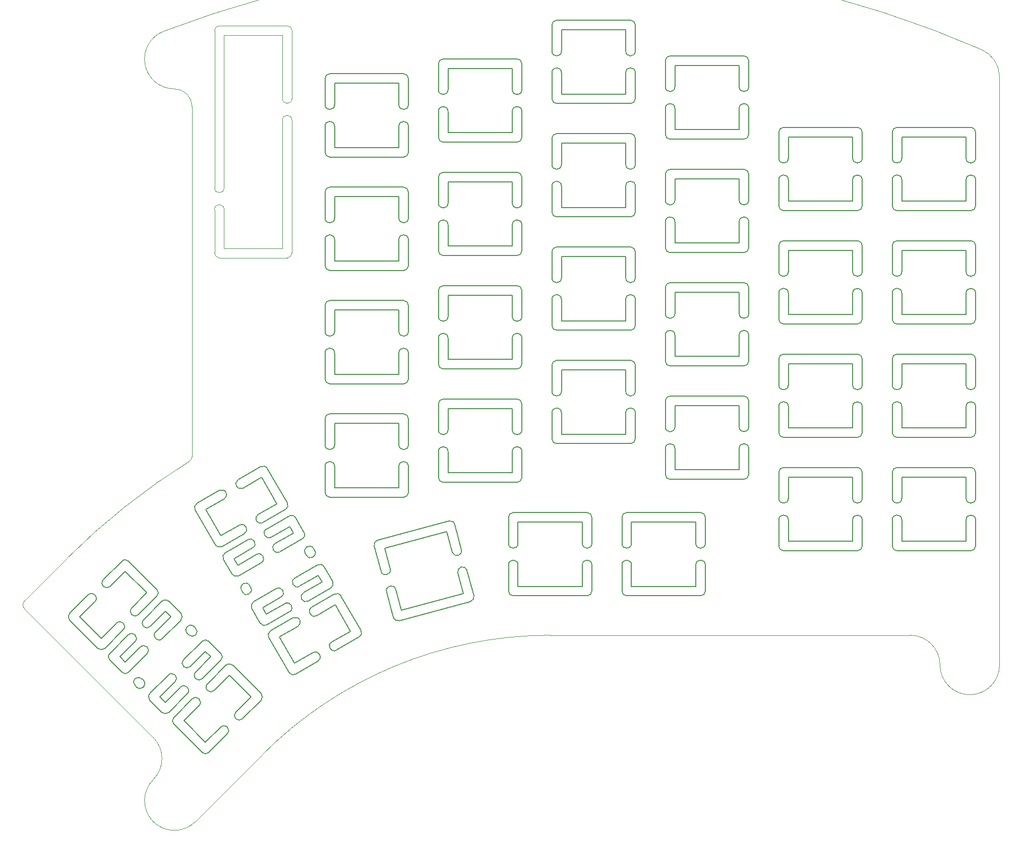
<source format=gm1>
%TF.GenerationSoftware,KiCad,Pcbnew,5.1.12-84ad8e8a86~92~ubuntu20.04.1*%
%TF.CreationDate,2021-11-16T23:16:43+01:00*%
%TF.ProjectId,LergoTopPlate_Alu_LessRouting,4c657267-6f54-46f7-9050-6c6174655f41,v1.A*%
%TF.SameCoordinates,Original*%
%TF.FileFunction,Profile,NP*%
%FSLAX46Y46*%
G04 Gerber Fmt 4.6, Leading zero omitted, Abs format (unit mm)*
G04 Created by KiCad (PCBNEW 5.1.12-84ad8e8a86~92~ubuntu20.04.1) date 2021-11-16 23:16:43*
%MOMM*%
%LPD*%
G01*
G04 APERTURE LIST*
%TA.AperFunction,Profile*%
%ADD10C,0.120000*%
%TD*%
%TA.AperFunction,Profile*%
%ADD11C,0.100000*%
%TD*%
%TA.AperFunction,Profile*%
%ADD12C,0.150000*%
%TD*%
G04 APERTURE END LIST*
D10*
X73524848Y-127344018D02*
G75*
G02*
X73524848Y-125929804I707107J707107D01*
G01*
D11*
X95103365Y-148922535D02*
G75*
G02*
X95103365Y-155993603I-3535534J-3535534D01*
G01*
X102174433Y-163064671D02*
G75*
G02*
X95103365Y-155993603I-3535534J3535534D01*
G01*
X98641295Y-39932170D02*
G75*
G02*
X101614896Y-42905771I0J-2973601D01*
G01*
X98641295Y-39932170D02*
G75*
G02*
X96852971Y-30262004I-2396J4999999D01*
G01*
X222220381Y-131740000D02*
G75*
G02*
X227220381Y-136740000I0J-5000000D01*
G01*
X237220381Y-136740000D02*
G75*
G02*
X227220381Y-136740000I-5000000J0D01*
G01*
X101614896Y-101696929D02*
G75*
G02*
X101143092Y-102545766I-1000000J286D01*
G01*
X101614896Y-42905771D02*
X101614896Y-101696929D01*
X234214126Y-33343544D02*
G75*
G02*
X237220381Y-37928844I-1993745J-4585300D01*
G01*
X96852971Y-30262005D02*
G75*
G02*
X234214126Y-33343544I64907410J-169731595D01*
G01*
X80612709Y-118841943D02*
G75*
G02*
X101143092Y-102545766I81147672J-81151657D01*
G01*
X73524848Y-125929804D02*
X80612709Y-118841943D01*
X95103365Y-148922535D02*
X73524848Y-127344018D01*
X113500343Y-151733562D02*
X102174433Y-163064671D01*
X113500343Y-151733562D02*
G75*
G02*
X161760381Y-131743600I48260038J-48260038D01*
G01*
X161760381Y-131743600D02*
X222220381Y-131740000D01*
X237220381Y-37928844D02*
X237220381Y-136740000D01*
D12*
X102231002Y-130560741D02*
G75*
G02*
X101099630Y-131692111I-565686J-565685D01*
G01*
X90965906Y-137963265D02*
G75*
G02*
X89834535Y-137963264I-565685J565686D01*
G01*
X89834535Y-119295646D02*
G75*
G02*
X90965906Y-119295645I565686J-565685D01*
G01*
X81066411Y-129195141D02*
G75*
G02*
X81066411Y-128063769I565686J565686D01*
G01*
X99734030Y-128063770D02*
G75*
G02*
X99734030Y-129195140I-565685J-565685D01*
G01*
X104436291Y-151433648D02*
G75*
G02*
X103304920Y-151433649I-565686J565685D01*
G01*
X103304920Y-132766029D02*
G75*
G02*
X104436291Y-132766030I565685J-565686D01*
G01*
X94536796Y-142665524D02*
G75*
G02*
X94536796Y-141534154I565685J565685D01*
G01*
X113204415Y-141534153D02*
G75*
G02*
X113204415Y-142665525I-565686J-565686D01*
G01*
X97701099Y-144698456D02*
G75*
G02*
X96569728Y-144698457I-565686J565685D01*
G01*
X96569727Y-126030838D02*
G75*
G02*
X97701098Y-126030837I565686J-565685D01*
G01*
X87801604Y-135930333D02*
G75*
G02*
X87801603Y-134798962I565685J565686D01*
G01*
X106469222Y-134798961D02*
G75*
G02*
X106469223Y-135930332I-565685J-565686D01*
G01*
X100812369Y-131404850D02*
G75*
G02*
X101943739Y-130273478I565685J565686D01*
G01*
X95716769Y-124046497D02*
G75*
G02*
X95716786Y-125177884I-565669J-565702D01*
G01*
X92044245Y-140172974D02*
G75*
G02*
X93175615Y-139041602I565685J565686D01*
G01*
X93458457Y-139324444D02*
G75*
G02*
X92327087Y-140455816I-565685J-565686D01*
G01*
X86948661Y-133946008D02*
G75*
G02*
X85817291Y-133946008I-565685J565685D01*
G01*
X107322175Y-136783274D02*
G75*
G02*
X108453547Y-136783274I565686J-565686D01*
G01*
X98554035Y-146682753D02*
G75*
G02*
X98554052Y-145551398I565702J565669D01*
G01*
X90912878Y-131687687D02*
G75*
G02*
X92044250Y-132819057I565686J-565685D01*
G01*
X92945810Y-133720619D02*
G75*
G02*
X94077182Y-134851989I565686J-565685D01*
G01*
X96622767Y-132306404D02*
G75*
G02*
X95491395Y-131175034I-565686J565685D01*
G01*
X94589835Y-130273472D02*
G75*
G02*
X93458463Y-129142102I-565686J565685D01*
G01*
X101325027Y-137008664D02*
G75*
G02*
X100193655Y-135877294I-565686J565685D01*
G01*
X97648070Y-138422879D02*
G75*
G02*
X98779442Y-139554249I565686J-565685D01*
G01*
X103357959Y-139041596D02*
G75*
G02*
X102226587Y-137910226I-565686J565685D01*
G01*
X99681002Y-140455811D02*
G75*
G02*
X100812374Y-141587181I565686J-565685D01*
G01*
X105342276Y-141025916D02*
G75*
G02*
X104210906Y-139894544I-565685J565686D01*
G01*
X101665322Y-142440129D02*
G75*
G02*
X102796692Y-143571499I565685J-565685D01*
G01*
X92605515Y-128289155D02*
G75*
G02*
X91474145Y-127157783I-565685J565686D01*
G01*
X88928561Y-129703367D02*
G75*
G02*
X90059931Y-130834739I565685J-565686D01*
G01*
X110093144Y-145776794D02*
G75*
G02*
X108961774Y-144645424I-565685J565685D01*
G01*
X106416190Y-147191007D02*
G75*
G02*
X107547560Y-148322379I565685J-565686D01*
G01*
X87854636Y-123538287D02*
G75*
G02*
X86723266Y-122406915I-565685J565686D01*
G01*
X84177686Y-124952493D02*
G75*
G02*
X85309058Y-126083865I565686J-565686D01*
G01*
X84177687Y-124952494D02*
X81066411Y-128063769D01*
X90400221Y-120992702D02*
X87854636Y-123538286D01*
X108961774Y-144645424D02*
X111507358Y-142099839D01*
X104436291Y-151433649D02*
X107547560Y-148322379D01*
X97648071Y-138422878D02*
X94536796Y-141534154D01*
X110093145Y-145776794D02*
X113204415Y-142665525D01*
X89834535Y-119295645D02*
X86723266Y-122406915D01*
X90965906Y-137963264D02*
X94077182Y-134851989D01*
X96569728Y-126030837D02*
X93458463Y-129142102D01*
X97701098Y-144698457D02*
X100812374Y-141587181D01*
X99734030Y-128063769D02*
X97701098Y-126030837D01*
X103870605Y-149736592D02*
X106416190Y-147191008D01*
X97135413Y-143001400D02*
X99681003Y-140455810D01*
X95491395Y-131175034D02*
X98036974Y-128629455D01*
X98779442Y-139554249D02*
X96233852Y-142099839D01*
X85309058Y-126083865D02*
X82763468Y-128629455D01*
X100251102Y-146117089D02*
X103870605Y-149736592D01*
X82763468Y-128629455D02*
X86382971Y-132248958D01*
X90400221Y-120992702D02*
X94019724Y-124612205D01*
X107887855Y-138480336D02*
X111507358Y-142099839D01*
X89498660Y-135364647D02*
X90400221Y-136266208D01*
X96233852Y-142099839D02*
X97135413Y-143001400D01*
X103870605Y-134463086D02*
X104772166Y-135364647D01*
X97135413Y-127727894D02*
X98036974Y-128629455D01*
X100812368Y-131404849D02*
X101099630Y-131692111D01*
X93175615Y-139041602D02*
X93458458Y-139324445D01*
X101943739Y-130273478D02*
X102231001Y-130560740D01*
X95716769Y-124046497D02*
X90965906Y-119295645D01*
X85817291Y-133946008D02*
X81066411Y-129195140D01*
X89834535Y-137963264D02*
X87801603Y-135930332D01*
X92044244Y-140172973D02*
X92327087Y-140455816D01*
X96569728Y-144698457D02*
X94536796Y-142665525D01*
X103304920Y-151433649D02*
X98554035Y-146682753D01*
X113204415Y-141534154D02*
X108453547Y-136783274D01*
X106469223Y-134798962D02*
X104436291Y-132766030D01*
X96622766Y-132306405D02*
X99734030Y-129195140D01*
X90400221Y-136266208D02*
X92945811Y-133720618D01*
X97135413Y-127727894D02*
X94589834Y-130273473D01*
X92044250Y-132819057D02*
X89498660Y-135364647D01*
X90912879Y-131687686D02*
X87801603Y-134798962D01*
X103357958Y-139041597D02*
X106469223Y-135930332D01*
X102226587Y-137910226D02*
X104772166Y-135364647D01*
X103870605Y-134463086D02*
X101325026Y-137008665D01*
X103304920Y-132766030D02*
X100193655Y-135877294D01*
X104210906Y-139894544D02*
X107322176Y-136783274D01*
X86948662Y-133946008D02*
X90059931Y-130834739D01*
X100251102Y-146117089D02*
X102796692Y-143571499D01*
X105342277Y-141025915D02*
X107887855Y-138480336D01*
X98554052Y-145551398D02*
X101665321Y-142440129D01*
X91474145Y-127157783D02*
X94019724Y-124612205D01*
X92605516Y-128289154D02*
X95716786Y-125177884D01*
X86382971Y-132248958D02*
X88928561Y-129703368D01*
X106478183Y-115045693D02*
X109595881Y-113245689D01*
X113513573Y-112831330D02*
X117324084Y-110631330D01*
X112713573Y-111445689D02*
X115831257Y-109645693D01*
X114791619Y-131044972D02*
X118602131Y-128844972D01*
X122519823Y-128430613D02*
X125637507Y-126630617D01*
X116284433Y-132030617D02*
X119402131Y-130230613D01*
X106585369Y-116831330D02*
X110395881Y-114631330D01*
X121719823Y-127044972D02*
X125530334Y-124844972D01*
X122689703Y-119924869D02*
X118879198Y-122124865D01*
X122796882Y-121710510D02*
X119679198Y-123510506D01*
X120316698Y-124614688D02*
X123434382Y-122814692D01*
X121116698Y-126000329D02*
X124927203Y-123800333D01*
X110999006Y-115675973D02*
X107188487Y-117875977D01*
X111799006Y-117061614D02*
X108681308Y-118861618D01*
X118034382Y-113461618D02*
X114916698Y-115261614D01*
X109318808Y-119965800D02*
X112436506Y-118165796D01*
X116354198Y-117751437D02*
X120164703Y-115551441D01*
X125220023Y-122707513D02*
X123782523Y-120217689D01*
X129982523Y-130956404D02*
X126623155Y-125137792D01*
X117858167Y-137956404D02*
X114498788Y-132137772D01*
X113095667Y-129707513D02*
X111658167Y-127217689D01*
X109895667Y-124164950D02*
X110095667Y-124511360D01*
X108333167Y-121458621D02*
X106895667Y-118968797D01*
X105492549Y-116538510D02*
X102133167Y-110719906D01*
X117616893Y-109538490D02*
X114257523Y-103719906D01*
X122020023Y-117164950D02*
X122223148Y-117516773D01*
X111281308Y-123364950D02*
X111481308Y-123711360D01*
X120634382Y-117964950D02*
X120837507Y-118316773D01*
X118034382Y-113461618D02*
X118671882Y-114565800D01*
X122796882Y-121710510D02*
X123434382Y-122814692D01*
X113443808Y-127110510D02*
X114081308Y-128214692D01*
X108681308Y-118861618D02*
X109318808Y-119965800D01*
X125637507Y-126630617D02*
X128196882Y-131063584D01*
X113271882Y-105212726D02*
X115831257Y-109645693D01*
X103918808Y-110612726D02*
X106478183Y-115045693D01*
X116284433Y-132030617D02*
X118843808Y-136463584D01*
X107036506Y-108812722D02*
X103918808Y-110612726D01*
X116561506Y-125310506D02*
X113443808Y-127110510D01*
X115554198Y-116365796D02*
X118671882Y-114565800D01*
X114081308Y-128214692D02*
X117199006Y-126414688D01*
X118843808Y-136463584D02*
X121961499Y-134663584D01*
X120457523Y-114458621D02*
X119020023Y-111968797D01*
X114188487Y-130000333D02*
X117999006Y-127800329D01*
X117927203Y-111675977D02*
X114116698Y-113875973D01*
X109425987Y-121751441D02*
X113236506Y-119551437D01*
X113164703Y-103427085D02*
X109354191Y-105627085D01*
X125879191Y-134249225D02*
X129689703Y-132049225D01*
X115761506Y-123924865D02*
X111950987Y-126124869D01*
X118950987Y-138249225D02*
X122761499Y-136049225D01*
X125079191Y-132863584D02*
X128196882Y-131063584D01*
X113271882Y-105212726D02*
X110154191Y-107012726D01*
X106236506Y-107427081D02*
X102425987Y-109627085D01*
X122223149Y-117516773D02*
G75*
G02*
X120837507Y-118316773I-692821J-400000D01*
G01*
X109425987Y-121751441D02*
G75*
G02*
X108333167Y-121458621I-400000J692820D01*
G01*
X113164703Y-103427086D02*
G75*
G02*
X114257523Y-103719906I400000J-692820D01*
G01*
X102133166Y-110719906D02*
G75*
G02*
X102425987Y-109627085I692821J400000D01*
G01*
X120457523Y-114458621D02*
G75*
G02*
X120164703Y-115551441I-692820J-400000D01*
G01*
X118950987Y-138249224D02*
G75*
G02*
X117858167Y-137956404I-400000J692820D01*
G01*
X122689703Y-119924869D02*
G75*
G02*
X123782523Y-120217689I400000J-692820D01*
G01*
X111658167Y-127217689D02*
G75*
G02*
X111950987Y-126124869I692820J400000D01*
G01*
X129982524Y-130956404D02*
G75*
G02*
X129689703Y-132049225I-692821J-400000D01*
G01*
X114188487Y-130000333D02*
G75*
G02*
X113095667Y-129707513I-400000J692820D01*
G01*
X117927203Y-111675977D02*
G75*
G02*
X119020023Y-111968797I400000J-692820D01*
G01*
X106895667Y-118968797D02*
G75*
G02*
X107188487Y-117875977I692820J400000D01*
G01*
X125220023Y-122707513D02*
G75*
G02*
X124927203Y-123800333I-692820J-400000D01*
G01*
X120634383Y-117964950D02*
G75*
G02*
X122020023Y-117164950I692820J400000D01*
G01*
X117616893Y-109538490D02*
G75*
G02*
X117324084Y-110631330I-692809J-400020D01*
G01*
X109895666Y-124164950D02*
G75*
G02*
X111281308Y-123364950I692821J400000D01*
G01*
X111481307Y-123711360D02*
G75*
G02*
X110095667Y-124511360I-692820J-400000D01*
G01*
X106585369Y-116831330D02*
G75*
G02*
X105492549Y-116538510I-400000J692820D01*
G01*
X125530334Y-124844971D02*
G75*
G02*
X126623155Y-125137792I400000J-692821D01*
G01*
X114498787Y-132137772D02*
G75*
G02*
X114791619Y-131044972I692832J399980D01*
G01*
X110999006Y-115675972D02*
G75*
G02*
X111799006Y-117061614I400000J-692821D01*
G01*
X112436506Y-118165797D02*
G75*
G02*
X113236506Y-119551437I400000J-692820D01*
G01*
X116354198Y-117751438D02*
G75*
G02*
X115554198Y-116365796I-400000J692821D01*
G01*
X114916698Y-115261613D02*
G75*
G02*
X114116698Y-113875973I-400000J692820D01*
G01*
X119679198Y-123510505D02*
G75*
G02*
X118879198Y-122124865I-400000J692820D01*
G01*
X115761506Y-123924864D02*
G75*
G02*
X116561506Y-125310506I400000J-692821D01*
G01*
X121116698Y-126000330D02*
G75*
G02*
X120316698Y-124614688I-400000J692821D01*
G01*
X117199006Y-126414689D02*
G75*
G02*
X117999006Y-127800329I400000J-692820D01*
G01*
X122519823Y-128430612D02*
G75*
G02*
X121719823Y-127044972I-400000J692820D01*
G01*
X118602131Y-128844971D02*
G75*
G02*
X119402131Y-130230613I400000J-692821D01*
G01*
X113513573Y-112831331D02*
G75*
G02*
X112713573Y-111445689I-400000J692821D01*
G01*
X109595881Y-113245690D02*
G75*
G02*
X110395881Y-114631330I400000J-692820D01*
G01*
X125879191Y-134249224D02*
G75*
G02*
X125079191Y-132863584I-400000J692820D01*
G01*
X121961499Y-134663583D02*
G75*
G02*
X122761499Y-136049225I400000J-692821D01*
G01*
X110154191Y-107012727D02*
G75*
G02*
X109354191Y-105627085I-400000J692821D01*
G01*
X106236506Y-107427082D02*
G75*
G02*
X107036506Y-108812722I400000J-692820D01*
G01*
X174610000Y-125120000D02*
X187010000Y-125120000D01*
X186210000Y-116320000D02*
X186210000Y-112720000D01*
X175410000Y-112720000D02*
X175410000Y-116320000D01*
X187810000Y-116320000D02*
X187810000Y-111920000D01*
X187810000Y-124320000D02*
X187810000Y-119920000D01*
X187010000Y-111120000D02*
X174610000Y-111120000D01*
X173810000Y-119920000D02*
X173810000Y-124320000D01*
X186210000Y-123520000D02*
X186210000Y-119920000D01*
X173810000Y-111920000D02*
X173810000Y-116320000D01*
X175410000Y-119920000D02*
X175410000Y-123520000D01*
X186210000Y-112720000D02*
X175410000Y-112720000D01*
X175410000Y-123520000D02*
X186210000Y-123520000D01*
X173810000Y-111920000D02*
G75*
G02*
X174610000Y-111120000I800000J0D01*
G01*
X187810000Y-124320000D02*
G75*
G02*
X187010000Y-125120000I-800000J0D01*
G01*
X173810000Y-119920000D02*
G75*
G02*
X175410000Y-119920000I800000J0D01*
G01*
X187810000Y-116320000D02*
G75*
G02*
X186210000Y-116320000I-800000J0D01*
G01*
X174610000Y-125120000D02*
G75*
G02*
X173810000Y-124320000I0J800000D01*
G01*
X187010000Y-111120000D02*
G75*
G02*
X187810000Y-111920000I0J-800000D01*
G01*
X186210000Y-119920000D02*
G75*
G02*
X187810000Y-119920000I800000J0D01*
G01*
X175410000Y-116320000D02*
G75*
G02*
X173810000Y-116320000I-800000J0D01*
G01*
X155560000Y-111120000D02*
X167960000Y-111120000D01*
X167160000Y-119920000D02*
X167160000Y-123520000D01*
X156360000Y-123520000D02*
X156360000Y-119920000D01*
X168760000Y-119920000D02*
X168760000Y-124320000D01*
X168760000Y-111920000D02*
X168760000Y-116320000D01*
X167960000Y-125120000D02*
X155560000Y-125120000D01*
X154760000Y-116320000D02*
X154760000Y-111920000D01*
X167160000Y-112720000D02*
X167160000Y-116320000D01*
X154760000Y-124320000D02*
X154760000Y-119920000D01*
X156360000Y-116320000D02*
X156360000Y-112720000D01*
X167160000Y-123520000D02*
X156360000Y-123520000D01*
X156360000Y-112720000D02*
X167160000Y-112720000D01*
X154760000Y-124320000D02*
G75*
G03*
X155560000Y-125120000I800000J0D01*
G01*
X168760000Y-111920000D02*
G75*
G03*
X167960000Y-111120000I-800000J0D01*
G01*
X154760000Y-116320000D02*
G75*
G03*
X156360000Y-116320000I800000J0D01*
G01*
X168760000Y-119920000D02*
G75*
G03*
X167160000Y-119920000I-800000J0D01*
G01*
X155560000Y-111120000D02*
G75*
G03*
X154760000Y-111920000I0J-800000D01*
G01*
X167960000Y-125120000D02*
G75*
G03*
X168760000Y-124320000I0J800000D01*
G01*
X167160000Y-116320000D02*
G75*
G03*
X168760000Y-116320000I800000J0D01*
G01*
X156360000Y-119920000D02*
G75*
G03*
X154760000Y-119920000I-800000J0D01*
G01*
X136397993Y-129276159D02*
X148375473Y-126066803D01*
X145325125Y-117773711D02*
X144393377Y-114296378D01*
X133961378Y-117091623D02*
X134893126Y-120568956D01*
X146870607Y-117359600D02*
X145731803Y-113109527D01*
X148941159Y-125087007D02*
X147802355Y-120836933D01*
X144752007Y-112543841D02*
X132774527Y-115753197D01*
X134279393Y-124460400D02*
X135418197Y-128710473D01*
X147188622Y-124728377D02*
X146256874Y-121251044D01*
X132208841Y-116732993D02*
X133347645Y-120983067D01*
X135824875Y-124046289D02*
X136756623Y-127523622D01*
X144393377Y-114296378D02*
X133961378Y-117091623D01*
X136756623Y-127523622D02*
X147188622Y-124728377D01*
X132208841Y-116732993D02*
G75*
G02*
X132774527Y-115753197I772741J207055D01*
G01*
X148941159Y-125087007D02*
G75*
G02*
X148375473Y-126066803I-772741J-207055D01*
G01*
X134279393Y-124460401D02*
G75*
G02*
X135824875Y-124046289I772741J207056D01*
G01*
X146870607Y-117359599D02*
G75*
G02*
X145325125Y-117773711I-772741J-207056D01*
G01*
X136397993Y-129276159D02*
G75*
G02*
X135418197Y-128710473I-207055J772741D01*
G01*
X144752007Y-112543841D02*
G75*
G02*
X145731803Y-113109527I207055J-772741D01*
G01*
X146256873Y-121251043D02*
G75*
G02*
X147802355Y-120836933I772741J207055D01*
G01*
X134893127Y-120568957D02*
G75*
G02*
X133347645Y-120983067I-772741J-207055D01*
G01*
X220000000Y-117550000D02*
X232400000Y-117550000D01*
X231600000Y-108750000D02*
X231600000Y-105150000D01*
X220800000Y-105150000D02*
X220800000Y-108750000D01*
X233200000Y-108750000D02*
X233200000Y-104350000D01*
X233200000Y-116750000D02*
X233200000Y-112350000D01*
X232400000Y-103550000D02*
X220000000Y-103550000D01*
X219200000Y-112350000D02*
X219200000Y-116750000D01*
X231600000Y-115950000D02*
X231600000Y-112350000D01*
X219200000Y-104350000D02*
X219200000Y-108750000D01*
X220800000Y-112350000D02*
X220800000Y-115950000D01*
X231600000Y-105150000D02*
X220800000Y-105150000D01*
X220800000Y-115950000D02*
X231600000Y-115950000D01*
X219200000Y-104350000D02*
G75*
G02*
X220000000Y-103550000I800000J0D01*
G01*
X233200000Y-116750000D02*
G75*
G02*
X232400000Y-117550000I-800000J0D01*
G01*
X219200000Y-112350000D02*
G75*
G02*
X220800000Y-112350000I800000J0D01*
G01*
X233200000Y-108750000D02*
G75*
G02*
X231600000Y-108750000I-800000J0D01*
G01*
X220000000Y-117550000D02*
G75*
G02*
X219200000Y-116750000I0J800000D01*
G01*
X232400000Y-103550000D02*
G75*
G02*
X233200000Y-104350000I0J-800000D01*
G01*
X231600000Y-112350000D02*
G75*
G02*
X233200000Y-112350000I800000J0D01*
G01*
X220800000Y-108750000D02*
G75*
G02*
X219200000Y-108750000I-800000J0D01*
G01*
X220000000Y-98500000D02*
X232400000Y-98500000D01*
X231600000Y-89700000D02*
X231600000Y-86100000D01*
X220800000Y-86100000D02*
X220800000Y-89700000D01*
X233200000Y-89700000D02*
X233200000Y-85300000D01*
X233200000Y-97700000D02*
X233200000Y-93300000D01*
X232400000Y-84500000D02*
X220000000Y-84500000D01*
X219200000Y-93300000D02*
X219200000Y-97700000D01*
X231600000Y-96900000D02*
X231600000Y-93300000D01*
X219200000Y-85300000D02*
X219200000Y-89700000D01*
X220800000Y-93300000D02*
X220800000Y-96900000D01*
X231600000Y-86100000D02*
X220800000Y-86100000D01*
X220800000Y-96900000D02*
X231600000Y-96900000D01*
X219200000Y-85300000D02*
G75*
G02*
X220000000Y-84500000I800000J0D01*
G01*
X233200000Y-97700000D02*
G75*
G02*
X232400000Y-98500000I-800000J0D01*
G01*
X219200000Y-93300000D02*
G75*
G02*
X220800000Y-93300000I800000J0D01*
G01*
X233200000Y-89700000D02*
G75*
G02*
X231600000Y-89700000I-800000J0D01*
G01*
X220000000Y-98500000D02*
G75*
G02*
X219200000Y-97700000I0J800000D01*
G01*
X232400000Y-84500000D02*
G75*
G02*
X233200000Y-85300000I0J-800000D01*
G01*
X231600000Y-93300000D02*
G75*
G02*
X233200000Y-93300000I800000J0D01*
G01*
X220800000Y-89700000D02*
G75*
G02*
X219200000Y-89700000I-800000J0D01*
G01*
X220000000Y-79450000D02*
X232400000Y-79450000D01*
X231600000Y-70650000D02*
X231600000Y-67050000D01*
X220800000Y-67050000D02*
X220800000Y-70650000D01*
X233200000Y-70650000D02*
X233200000Y-66250000D01*
X233200000Y-78650000D02*
X233200000Y-74250000D01*
X232400000Y-65450000D02*
X220000000Y-65450000D01*
X219200000Y-74250000D02*
X219200000Y-78650000D01*
X231600000Y-77850000D02*
X231600000Y-74250000D01*
X219200000Y-66250000D02*
X219200000Y-70650000D01*
X220800000Y-74250000D02*
X220800000Y-77850000D01*
X231600000Y-67050000D02*
X220800000Y-67050000D01*
X220800000Y-77850000D02*
X231600000Y-77850000D01*
X219200000Y-66250000D02*
G75*
G02*
X220000000Y-65450000I800000J0D01*
G01*
X233200000Y-78650000D02*
G75*
G02*
X232400000Y-79450000I-800000J0D01*
G01*
X219200000Y-74250000D02*
G75*
G02*
X220800000Y-74250000I800000J0D01*
G01*
X233200000Y-70650000D02*
G75*
G02*
X231600000Y-70650000I-800000J0D01*
G01*
X220000000Y-79450000D02*
G75*
G02*
X219200000Y-78650000I0J800000D01*
G01*
X232400000Y-65450000D02*
G75*
G02*
X233200000Y-66250000I0J-800000D01*
G01*
X231600000Y-74250000D02*
G75*
G02*
X233200000Y-74250000I800000J0D01*
G01*
X220800000Y-70650000D02*
G75*
G02*
X219200000Y-70650000I-800000J0D01*
G01*
X220000000Y-60400000D02*
X232400000Y-60400000D01*
X231600000Y-51600000D02*
X231600000Y-48000000D01*
X220800000Y-48000000D02*
X220800000Y-51600000D01*
X233200000Y-51600000D02*
X233200000Y-47200000D01*
X233200000Y-59600000D02*
X233200000Y-55200000D01*
X232400000Y-46400000D02*
X220000000Y-46400000D01*
X219200000Y-55200000D02*
X219200000Y-59600000D01*
X231600000Y-58800000D02*
X231600000Y-55200000D01*
X219200000Y-47200000D02*
X219200000Y-51600000D01*
X220800000Y-55200000D02*
X220800000Y-58800000D01*
X231600000Y-48000000D02*
X220800000Y-48000000D01*
X220800000Y-58800000D02*
X231600000Y-58800000D01*
X219200000Y-47200000D02*
G75*
G02*
X220000000Y-46400000I800000J0D01*
G01*
X233200000Y-59600000D02*
G75*
G02*
X232400000Y-60400000I-800000J0D01*
G01*
X219200000Y-55200000D02*
G75*
G02*
X220800000Y-55200000I800000J0D01*
G01*
X233200000Y-51600000D02*
G75*
G02*
X231600000Y-51600000I-800000J0D01*
G01*
X220000000Y-60400000D02*
G75*
G02*
X219200000Y-59600000I0J800000D01*
G01*
X232400000Y-46400000D02*
G75*
G02*
X233200000Y-47200000I0J-800000D01*
G01*
X231600000Y-55200000D02*
G75*
G02*
X233200000Y-55200000I800000J0D01*
G01*
X220800000Y-51600000D02*
G75*
G02*
X219200000Y-51600000I-800000J0D01*
G01*
X123950000Y-38200000D02*
X123950000Y-42600000D01*
X124750000Y-51400000D02*
X137150000Y-51400000D01*
X137950000Y-42600000D02*
X137950000Y-38200000D01*
X137150000Y-37400000D02*
X124750000Y-37400000D01*
X136350000Y-39000000D02*
X125550000Y-39000000D01*
X136350000Y-42600000D02*
X136350000Y-39000000D01*
X125550000Y-49800000D02*
X136350000Y-49800000D01*
X125550000Y-39000000D02*
X125550000Y-42600000D01*
X137950000Y-50600000D02*
X137950000Y-46200000D01*
X136350000Y-49800000D02*
X136350000Y-46200000D01*
X125550000Y-46200000D02*
X125550000Y-49800000D01*
X123950000Y-46200000D02*
X123950000Y-50600000D01*
X137950000Y-50600000D02*
G75*
G02*
X137150000Y-51400000I-800000J0D01*
G01*
X125550000Y-42600000D02*
G75*
G02*
X123950000Y-42600000I-800000J0D01*
G01*
X123950000Y-46200000D02*
G75*
G02*
X125550000Y-46200000I800000J0D01*
G01*
X137950000Y-42600000D02*
G75*
G02*
X136350000Y-42600000I-800000J0D01*
G01*
X136350000Y-46200000D02*
G75*
G02*
X137950000Y-46200000I800000J0D01*
G01*
X137150000Y-37400000D02*
G75*
G02*
X137950000Y-38200000I0J-800000D01*
G01*
X123950000Y-38200000D02*
G75*
G02*
X124750000Y-37400000I800000J0D01*
G01*
X124750000Y-51400000D02*
G75*
G02*
X123950000Y-50600000I0J800000D01*
G01*
X143000000Y-54750000D02*
X143000000Y-59150000D01*
X143800000Y-67950000D02*
X156200000Y-67950000D01*
X157000000Y-59150000D02*
X157000000Y-54750000D01*
X156200000Y-53950000D02*
X143800000Y-53950000D01*
X155400000Y-55550000D02*
X144600000Y-55550000D01*
X155400000Y-59150000D02*
X155400000Y-55550000D01*
X144600000Y-66350000D02*
X155400000Y-66350000D01*
X144600000Y-55550000D02*
X144600000Y-59150000D01*
X157000000Y-67150000D02*
X157000000Y-62750000D01*
X155400000Y-66350000D02*
X155400000Y-62750000D01*
X144600000Y-62750000D02*
X144600000Y-66350000D01*
X143000000Y-62750000D02*
X143000000Y-67150000D01*
X157000000Y-67150000D02*
G75*
G02*
X156200000Y-67950000I-800000J0D01*
G01*
X144600000Y-59150000D02*
G75*
G02*
X143000000Y-59150000I-800000J0D01*
G01*
X143000000Y-62750000D02*
G75*
G02*
X144600000Y-62750000I800000J0D01*
G01*
X157000000Y-59150000D02*
G75*
G02*
X155400000Y-59150000I-800000J0D01*
G01*
X155400000Y-62750000D02*
G75*
G02*
X157000000Y-62750000I800000J0D01*
G01*
X156200000Y-53950000D02*
G75*
G02*
X157000000Y-54750000I0J-800000D01*
G01*
X143000000Y-54750000D02*
G75*
G02*
X143800000Y-53950000I800000J0D01*
G01*
X143800000Y-67950000D02*
G75*
G02*
X143000000Y-67150000I0J800000D01*
G01*
X200150000Y-66250000D02*
X200150000Y-70650000D01*
X200950000Y-79450000D02*
X213350000Y-79450000D01*
X214150000Y-70650000D02*
X214150000Y-66250000D01*
X213350000Y-65450000D02*
X200950000Y-65450000D01*
X212550000Y-67050000D02*
X201750000Y-67050000D01*
X212550000Y-70650000D02*
X212550000Y-67050000D01*
X201750000Y-77850000D02*
X212550000Y-77850000D01*
X201750000Y-67050000D02*
X201750000Y-70650000D01*
X214150000Y-78650000D02*
X214150000Y-74250000D01*
X212550000Y-77850000D02*
X212550000Y-74250000D01*
X201750000Y-74250000D02*
X201750000Y-77850000D01*
X200150000Y-74250000D02*
X200150000Y-78650000D01*
X214150000Y-78650000D02*
G75*
G02*
X213350000Y-79450000I-800000J0D01*
G01*
X201750000Y-70650000D02*
G75*
G02*
X200150000Y-70650000I-800000J0D01*
G01*
X200150000Y-74250000D02*
G75*
G02*
X201750000Y-74250000I800000J0D01*
G01*
X214150000Y-70650000D02*
G75*
G02*
X212550000Y-70650000I-800000J0D01*
G01*
X212550000Y-74250000D02*
G75*
G02*
X214150000Y-74250000I800000J0D01*
G01*
X213350000Y-65450000D02*
G75*
G02*
X214150000Y-66250000I0J-800000D01*
G01*
X200150000Y-66250000D02*
G75*
G02*
X200950000Y-65450000I800000J0D01*
G01*
X200950000Y-79450000D02*
G75*
G02*
X200150000Y-78650000I0J800000D01*
G01*
X200150000Y-85300000D02*
X200150000Y-89700000D01*
X200950000Y-98500000D02*
X213350000Y-98500000D01*
X214150000Y-89700000D02*
X214150000Y-85300000D01*
X213350000Y-84500000D02*
X200950000Y-84500000D01*
X212550000Y-86100000D02*
X201750000Y-86100000D01*
X212550000Y-89700000D02*
X212550000Y-86100000D01*
X201750000Y-96900000D02*
X212550000Y-96900000D01*
X201750000Y-86100000D02*
X201750000Y-89700000D01*
X214150000Y-97700000D02*
X214150000Y-93300000D01*
X212550000Y-96900000D02*
X212550000Y-93300000D01*
X201750000Y-93300000D02*
X201750000Y-96900000D01*
X200150000Y-93300000D02*
X200150000Y-97700000D01*
X214150000Y-97700000D02*
G75*
G02*
X213350000Y-98500000I-800000J0D01*
G01*
X201750000Y-89700000D02*
G75*
G02*
X200150000Y-89700000I-800000J0D01*
G01*
X200150000Y-93300000D02*
G75*
G02*
X201750000Y-93300000I800000J0D01*
G01*
X214150000Y-89700000D02*
G75*
G02*
X212550000Y-89700000I-800000J0D01*
G01*
X212550000Y-93300000D02*
G75*
G02*
X214150000Y-93300000I800000J0D01*
G01*
X213350000Y-84500000D02*
G75*
G02*
X214150000Y-85300000I0J-800000D01*
G01*
X200150000Y-85300000D02*
G75*
G02*
X200950000Y-84500000I800000J0D01*
G01*
X200950000Y-98500000D02*
G75*
G02*
X200150000Y-97700000I0J800000D01*
G01*
X181100000Y-73300000D02*
X181100000Y-77700000D01*
X181900000Y-86500000D02*
X194300000Y-86500000D01*
X195100000Y-77700000D02*
X195100000Y-73300000D01*
X194300000Y-72500000D02*
X181900000Y-72500000D01*
X193500000Y-74100000D02*
X182700000Y-74100000D01*
X193500000Y-77700000D02*
X193500000Y-74100000D01*
X182700000Y-84900000D02*
X193500000Y-84900000D01*
X182700000Y-74100000D02*
X182700000Y-77700000D01*
X195100000Y-85700000D02*
X195100000Y-81300000D01*
X193500000Y-84900000D02*
X193500000Y-81300000D01*
X182700000Y-81300000D02*
X182700000Y-84900000D01*
X181100000Y-81300000D02*
X181100000Y-85700000D01*
X195100000Y-85700000D02*
G75*
G02*
X194300000Y-86500000I-800000J0D01*
G01*
X182700000Y-77700000D02*
G75*
G02*
X181100000Y-77700000I-800000J0D01*
G01*
X181100000Y-81300000D02*
G75*
G02*
X182700000Y-81300000I800000J0D01*
G01*
X195100000Y-77700000D02*
G75*
G02*
X193500000Y-77700000I-800000J0D01*
G01*
X193500000Y-81300000D02*
G75*
G02*
X195100000Y-81300000I800000J0D01*
G01*
X194300000Y-72500000D02*
G75*
G02*
X195100000Y-73300000I0J-800000D01*
G01*
X181100000Y-73300000D02*
G75*
G02*
X181900000Y-72500000I800000J0D01*
G01*
X181900000Y-86500000D02*
G75*
G02*
X181100000Y-85700000I0J800000D01*
G01*
X162050000Y-67300000D02*
X162050000Y-71700000D01*
X162850000Y-80500000D02*
X175250000Y-80500000D01*
X176050000Y-71700000D02*
X176050000Y-67300000D01*
X175250000Y-66500000D02*
X162850000Y-66500000D01*
X174450000Y-68100000D02*
X163650000Y-68100000D01*
X174450000Y-71700000D02*
X174450000Y-68100000D01*
X163650000Y-78900000D02*
X174450000Y-78900000D01*
X163650000Y-68100000D02*
X163650000Y-71700000D01*
X176050000Y-79700000D02*
X176050000Y-75300000D01*
X174450000Y-78900000D02*
X174450000Y-75300000D01*
X163650000Y-75300000D02*
X163650000Y-78900000D01*
X162050000Y-75300000D02*
X162050000Y-79700000D01*
X176050000Y-79700000D02*
G75*
G02*
X175250000Y-80500000I-800000J0D01*
G01*
X163650000Y-71700000D02*
G75*
G02*
X162050000Y-71700000I-800000J0D01*
G01*
X162050000Y-75300000D02*
G75*
G02*
X163650000Y-75300000I800000J0D01*
G01*
X176050000Y-71700000D02*
G75*
G02*
X174450000Y-71700000I-800000J0D01*
G01*
X174450000Y-75300000D02*
G75*
G02*
X176050000Y-75300000I800000J0D01*
G01*
X175250000Y-66500000D02*
G75*
G02*
X176050000Y-67300000I0J-800000D01*
G01*
X162050000Y-67300000D02*
G75*
G02*
X162850000Y-66500000I800000J0D01*
G01*
X162850000Y-80500000D02*
G75*
G02*
X162050000Y-79700000I0J800000D01*
G01*
X123950000Y-76300000D02*
X123950000Y-80700000D01*
X124750000Y-89500000D02*
X137150000Y-89500000D01*
X137950000Y-80700000D02*
X137950000Y-76300000D01*
X137150000Y-75500000D02*
X124750000Y-75500000D01*
X136350000Y-77100000D02*
X125550000Y-77100000D01*
X136350000Y-80700000D02*
X136350000Y-77100000D01*
X125550000Y-87900000D02*
X136350000Y-87900000D01*
X125550000Y-77100000D02*
X125550000Y-80700000D01*
X137950000Y-88700000D02*
X137950000Y-84300000D01*
X136350000Y-87900000D02*
X136350000Y-84300000D01*
X125550000Y-84300000D02*
X125550000Y-87900000D01*
X123950000Y-84300000D02*
X123950000Y-88700000D01*
X137950000Y-88700000D02*
G75*
G02*
X137150000Y-89500000I-800000J0D01*
G01*
X125550000Y-80700000D02*
G75*
G02*
X123950000Y-80700000I-800000J0D01*
G01*
X123950000Y-84300000D02*
G75*
G02*
X125550000Y-84300000I800000J0D01*
G01*
X137950000Y-80700000D02*
G75*
G02*
X136350000Y-80700000I-800000J0D01*
G01*
X136350000Y-84300000D02*
G75*
G02*
X137950000Y-84300000I800000J0D01*
G01*
X137150000Y-75500000D02*
G75*
G02*
X137950000Y-76300000I0J-800000D01*
G01*
X123950000Y-76300000D02*
G75*
G02*
X124750000Y-75500000I800000J0D01*
G01*
X124750000Y-89500000D02*
G75*
G02*
X123950000Y-88700000I0J800000D01*
G01*
X143000000Y-73800000D02*
X143000000Y-78200000D01*
X143800000Y-87000000D02*
X156200000Y-87000000D01*
X157000000Y-78200000D02*
X157000000Y-73800000D01*
X156200000Y-73000000D02*
X143800000Y-73000000D01*
X155400000Y-74600000D02*
X144600000Y-74600000D01*
X155400000Y-78200000D02*
X155400000Y-74600000D01*
X144600000Y-85400000D02*
X155400000Y-85400000D01*
X144600000Y-74600000D02*
X144600000Y-78200000D01*
X157000000Y-86200000D02*
X157000000Y-81800000D01*
X155400000Y-85400000D02*
X155400000Y-81800000D01*
X144600000Y-81800000D02*
X144600000Y-85400000D01*
X143000000Y-81800000D02*
X143000000Y-86200000D01*
X157000000Y-86200000D02*
G75*
G02*
X156200000Y-87000000I-800000J0D01*
G01*
X144600000Y-78200000D02*
G75*
G02*
X143000000Y-78200000I-800000J0D01*
G01*
X143000000Y-81800000D02*
G75*
G02*
X144600000Y-81800000I800000J0D01*
G01*
X157000000Y-78200000D02*
G75*
G02*
X155400000Y-78200000I-800000J0D01*
G01*
X155400000Y-81800000D02*
G75*
G02*
X157000000Y-81800000I800000J0D01*
G01*
X156200000Y-73000000D02*
G75*
G02*
X157000000Y-73800000I0J-800000D01*
G01*
X143000000Y-73800000D02*
G75*
G02*
X143800000Y-73000000I800000J0D01*
G01*
X143800000Y-87000000D02*
G75*
G02*
X143000000Y-86200000I0J800000D01*
G01*
X123950000Y-95350000D02*
X123950000Y-99750000D01*
X124750000Y-108550000D02*
X137150000Y-108550000D01*
X137950000Y-99750000D02*
X137950000Y-95350000D01*
X137150000Y-94550000D02*
X124750000Y-94550000D01*
X136350000Y-96150000D02*
X125550000Y-96150000D01*
X136350000Y-99750000D02*
X136350000Y-96150000D01*
X125550000Y-106950000D02*
X136350000Y-106950000D01*
X125550000Y-96150000D02*
X125550000Y-99750000D01*
X137950000Y-107750000D02*
X137950000Y-103350000D01*
X136350000Y-106950000D02*
X136350000Y-103350000D01*
X125550000Y-103350000D02*
X125550000Y-106950000D01*
X123950000Y-103350000D02*
X123950000Y-107750000D01*
X137950000Y-107750000D02*
G75*
G02*
X137150000Y-108550000I-800000J0D01*
G01*
X125550000Y-99750000D02*
G75*
G02*
X123950000Y-99750000I-800000J0D01*
G01*
X123950000Y-103350000D02*
G75*
G02*
X125550000Y-103350000I800000J0D01*
G01*
X137950000Y-99750000D02*
G75*
G02*
X136350000Y-99750000I-800000J0D01*
G01*
X136350000Y-103350000D02*
G75*
G02*
X137950000Y-103350000I800000J0D01*
G01*
X137150000Y-94550000D02*
G75*
G02*
X137950000Y-95350000I0J-800000D01*
G01*
X123950000Y-95350000D02*
G75*
G02*
X124750000Y-94550000I800000J0D01*
G01*
X124750000Y-108550000D02*
G75*
G02*
X123950000Y-107750000I0J800000D01*
G01*
X123950000Y-57250000D02*
X123950000Y-61650000D01*
X124750000Y-70450000D02*
X137150000Y-70450000D01*
X137950000Y-61650000D02*
X137950000Y-57250000D01*
X137150000Y-56450000D02*
X124750000Y-56450000D01*
X136350000Y-58050000D02*
X125550000Y-58050000D01*
X136350000Y-61650000D02*
X136350000Y-58050000D01*
X125550000Y-68850000D02*
X136350000Y-68850000D01*
X125550000Y-58050000D02*
X125550000Y-61650000D01*
X137950000Y-69650000D02*
X137950000Y-65250000D01*
X136350000Y-68850000D02*
X136350000Y-65250000D01*
X125550000Y-65250000D02*
X125550000Y-68850000D01*
X123950000Y-65250000D02*
X123950000Y-69650000D01*
X137950000Y-69650000D02*
G75*
G02*
X137150000Y-70450000I-800000J0D01*
G01*
X125550000Y-61650000D02*
G75*
G02*
X123950000Y-61650000I-800000J0D01*
G01*
X123950000Y-65250000D02*
G75*
G02*
X125550000Y-65250000I800000J0D01*
G01*
X137950000Y-61650000D02*
G75*
G02*
X136350000Y-61650000I-800000J0D01*
G01*
X136350000Y-65250000D02*
G75*
G02*
X137950000Y-65250000I800000J0D01*
G01*
X137150000Y-56450000D02*
G75*
G02*
X137950000Y-57250000I0J-800000D01*
G01*
X123950000Y-57250000D02*
G75*
G02*
X124750000Y-56450000I800000J0D01*
G01*
X124750000Y-70450000D02*
G75*
G02*
X123950000Y-69650000I0J800000D01*
G01*
X143000000Y-35700000D02*
X143000000Y-40100000D01*
X143800000Y-48900000D02*
X156200000Y-48900000D01*
X157000000Y-40100000D02*
X157000000Y-35700000D01*
X156200000Y-34900000D02*
X143800000Y-34900000D01*
X155400000Y-36500000D02*
X144600000Y-36500000D01*
X155400000Y-40100000D02*
X155400000Y-36500000D01*
X144600000Y-47300000D02*
X155400000Y-47300000D01*
X144600000Y-36500000D02*
X144600000Y-40100000D01*
X157000000Y-48100000D02*
X157000000Y-43700000D01*
X155400000Y-47300000D02*
X155400000Y-43700000D01*
X144600000Y-43700000D02*
X144600000Y-47300000D01*
X143000000Y-43700000D02*
X143000000Y-48100000D01*
X157000000Y-48100000D02*
G75*
G02*
X156200000Y-48900000I-800000J0D01*
G01*
X144600000Y-40100000D02*
G75*
G02*
X143000000Y-40100000I-800000J0D01*
G01*
X143000000Y-43700000D02*
G75*
G02*
X144600000Y-43700000I800000J0D01*
G01*
X157000000Y-40100000D02*
G75*
G02*
X155400000Y-40100000I-800000J0D01*
G01*
X155400000Y-43700000D02*
G75*
G02*
X157000000Y-43700000I800000J0D01*
G01*
X156200000Y-34900000D02*
G75*
G02*
X157000000Y-35700000I0J-800000D01*
G01*
X143000000Y-35700000D02*
G75*
G02*
X143800000Y-34900000I800000J0D01*
G01*
X143800000Y-48900000D02*
G75*
G02*
X143000000Y-48100000I0J800000D01*
G01*
X162050000Y-86350000D02*
X162050000Y-90750000D01*
X162850000Y-99550000D02*
X175250000Y-99550000D01*
X176050000Y-90750000D02*
X176050000Y-86350000D01*
X175250000Y-85550000D02*
X162850000Y-85550000D01*
X174450000Y-87150000D02*
X163650000Y-87150000D01*
X174450000Y-90750000D02*
X174450000Y-87150000D01*
X163650000Y-97950000D02*
X174450000Y-97950000D01*
X163650000Y-87150000D02*
X163650000Y-90750000D01*
X176050000Y-98750000D02*
X176050000Y-94350000D01*
X174450000Y-97950000D02*
X174450000Y-94350000D01*
X163650000Y-94350000D02*
X163650000Y-97950000D01*
X162050000Y-94350000D02*
X162050000Y-98750000D01*
X176050000Y-98750000D02*
G75*
G02*
X175250000Y-99550000I-800000J0D01*
G01*
X163650000Y-90750000D02*
G75*
G02*
X162050000Y-90750000I-800000J0D01*
G01*
X162050000Y-94350000D02*
G75*
G02*
X163650000Y-94350000I800000J0D01*
G01*
X176050000Y-90750000D02*
G75*
G02*
X174450000Y-90750000I-800000J0D01*
G01*
X174450000Y-94350000D02*
G75*
G02*
X176050000Y-94350000I800000J0D01*
G01*
X175250000Y-85550000D02*
G75*
G02*
X176050000Y-86350000I0J-800000D01*
G01*
X162050000Y-86350000D02*
G75*
G02*
X162850000Y-85550000I800000J0D01*
G01*
X162850000Y-99550000D02*
G75*
G02*
X162050000Y-98750000I0J800000D01*
G01*
X162050000Y-48250000D02*
X162050000Y-52650000D01*
X162850000Y-61450000D02*
X175250000Y-61450000D01*
X176050000Y-52650000D02*
X176050000Y-48250000D01*
X175250000Y-47450000D02*
X162850000Y-47450000D01*
X174450000Y-49050000D02*
X163650000Y-49050000D01*
X174450000Y-52650000D02*
X174450000Y-49050000D01*
X163650000Y-59850000D02*
X174450000Y-59850000D01*
X163650000Y-49050000D02*
X163650000Y-52650000D01*
X176050000Y-60650000D02*
X176050000Y-56250000D01*
X174450000Y-59850000D02*
X174450000Y-56250000D01*
X163650000Y-56250000D02*
X163650000Y-59850000D01*
X162050000Y-56250000D02*
X162050000Y-60650000D01*
X176050000Y-60650000D02*
G75*
G02*
X175250000Y-61450000I-800000J0D01*
G01*
X163650000Y-52650000D02*
G75*
G02*
X162050000Y-52650000I-800000J0D01*
G01*
X162050000Y-56250000D02*
G75*
G02*
X163650000Y-56250000I800000J0D01*
G01*
X176050000Y-52650000D02*
G75*
G02*
X174450000Y-52650000I-800000J0D01*
G01*
X174450000Y-56250000D02*
G75*
G02*
X176050000Y-56250000I800000J0D01*
G01*
X175250000Y-47450000D02*
G75*
G02*
X176050000Y-48250000I0J-800000D01*
G01*
X162050000Y-48250000D02*
G75*
G02*
X162850000Y-47450000I800000J0D01*
G01*
X162850000Y-61450000D02*
G75*
G02*
X162050000Y-60650000I0J800000D01*
G01*
X162050000Y-29200000D02*
X162050000Y-33600000D01*
X162850000Y-42400000D02*
X175250000Y-42400000D01*
X176050000Y-33600000D02*
X176050000Y-29200000D01*
X175250000Y-28400000D02*
X162850000Y-28400000D01*
X174450000Y-30000000D02*
X163650000Y-30000000D01*
X174450000Y-33600000D02*
X174450000Y-30000000D01*
X163650000Y-40800000D02*
X174450000Y-40800000D01*
X163650000Y-30000000D02*
X163650000Y-33600000D01*
X176050000Y-41600000D02*
X176050000Y-37200000D01*
X174450000Y-40800000D02*
X174450000Y-37200000D01*
X163650000Y-37200000D02*
X163650000Y-40800000D01*
X162050000Y-37200000D02*
X162050000Y-41600000D01*
X176050000Y-41600000D02*
G75*
G02*
X175250000Y-42400000I-800000J0D01*
G01*
X163650000Y-33600000D02*
G75*
G02*
X162050000Y-33600000I-800000J0D01*
G01*
X162050000Y-37200000D02*
G75*
G02*
X163650000Y-37200000I800000J0D01*
G01*
X176050000Y-33600000D02*
G75*
G02*
X174450000Y-33600000I-800000J0D01*
G01*
X174450000Y-37200000D02*
G75*
G02*
X176050000Y-37200000I800000J0D01*
G01*
X175250000Y-28400000D02*
G75*
G02*
X176050000Y-29200000I0J-800000D01*
G01*
X162050000Y-29200000D02*
G75*
G02*
X162850000Y-28400000I800000J0D01*
G01*
X162850000Y-42400000D02*
G75*
G02*
X162050000Y-41600000I0J800000D01*
G01*
X181100000Y-92350000D02*
X181100000Y-96750000D01*
X181900000Y-105550000D02*
X194300000Y-105550000D01*
X195100000Y-96750000D02*
X195100000Y-92350000D01*
X194300000Y-91550000D02*
X181900000Y-91550000D01*
X193500000Y-93150000D02*
X182700000Y-93150000D01*
X193500000Y-96750000D02*
X193500000Y-93150000D01*
X182700000Y-103950000D02*
X193500000Y-103950000D01*
X182700000Y-93150000D02*
X182700000Y-96750000D01*
X195100000Y-104750000D02*
X195100000Y-100350000D01*
X193500000Y-103950000D02*
X193500000Y-100350000D01*
X182700000Y-100350000D02*
X182700000Y-103950000D01*
X181100000Y-100350000D02*
X181100000Y-104750000D01*
X195100000Y-104750000D02*
G75*
G02*
X194300000Y-105550000I-800000J0D01*
G01*
X182700000Y-96750000D02*
G75*
G02*
X181100000Y-96750000I-800000J0D01*
G01*
X181100000Y-100350000D02*
G75*
G02*
X182700000Y-100350000I800000J0D01*
G01*
X195100000Y-96750000D02*
G75*
G02*
X193500000Y-96750000I-800000J0D01*
G01*
X193500000Y-100350000D02*
G75*
G02*
X195100000Y-100350000I800000J0D01*
G01*
X194300000Y-91550000D02*
G75*
G02*
X195100000Y-92350000I0J-800000D01*
G01*
X181100000Y-92350000D02*
G75*
G02*
X181900000Y-91550000I800000J0D01*
G01*
X181900000Y-105550000D02*
G75*
G02*
X181100000Y-104750000I0J800000D01*
G01*
X181100000Y-54250000D02*
X181100000Y-58650000D01*
X181900000Y-67450000D02*
X194300000Y-67450000D01*
X195100000Y-58650000D02*
X195100000Y-54250000D01*
X194300000Y-53450000D02*
X181900000Y-53450000D01*
X193500000Y-55050000D02*
X182700000Y-55050000D01*
X193500000Y-58650000D02*
X193500000Y-55050000D01*
X182700000Y-65850000D02*
X193500000Y-65850000D01*
X182700000Y-55050000D02*
X182700000Y-58650000D01*
X195100000Y-66650000D02*
X195100000Y-62250000D01*
X193500000Y-65850000D02*
X193500000Y-62250000D01*
X182700000Y-62250000D02*
X182700000Y-65850000D01*
X181100000Y-62250000D02*
X181100000Y-66650000D01*
X195100000Y-66650000D02*
G75*
G02*
X194300000Y-67450000I-800000J0D01*
G01*
X182700000Y-58650000D02*
G75*
G02*
X181100000Y-58650000I-800000J0D01*
G01*
X181100000Y-62250000D02*
G75*
G02*
X182700000Y-62250000I800000J0D01*
G01*
X195100000Y-58650000D02*
G75*
G02*
X193500000Y-58650000I-800000J0D01*
G01*
X193500000Y-62250000D02*
G75*
G02*
X195100000Y-62250000I800000J0D01*
G01*
X194300000Y-53450000D02*
G75*
G02*
X195100000Y-54250000I0J-800000D01*
G01*
X181100000Y-54250000D02*
G75*
G02*
X181900000Y-53450000I800000J0D01*
G01*
X181900000Y-67450000D02*
G75*
G02*
X181100000Y-66650000I0J800000D01*
G01*
X181100000Y-35200000D02*
X181100000Y-39600000D01*
X181900000Y-48400000D02*
X194300000Y-48400000D01*
X195100000Y-39600000D02*
X195100000Y-35200000D01*
X194300000Y-34400000D02*
X181900000Y-34400000D01*
X193500000Y-36000000D02*
X182700000Y-36000000D01*
X193500000Y-39600000D02*
X193500000Y-36000000D01*
X182700000Y-46800000D02*
X193500000Y-46800000D01*
X182700000Y-36000000D02*
X182700000Y-39600000D01*
X195100000Y-47600000D02*
X195100000Y-43200000D01*
X193500000Y-46800000D02*
X193500000Y-43200000D01*
X182700000Y-43200000D02*
X182700000Y-46800000D01*
X181100000Y-43200000D02*
X181100000Y-47600000D01*
X195100000Y-47600000D02*
G75*
G02*
X194300000Y-48400000I-800000J0D01*
G01*
X182700000Y-39600000D02*
G75*
G02*
X181100000Y-39600000I-800000J0D01*
G01*
X181100000Y-43200000D02*
G75*
G02*
X182700000Y-43200000I800000J0D01*
G01*
X195100000Y-39600000D02*
G75*
G02*
X193500000Y-39600000I-800000J0D01*
G01*
X193500000Y-43200000D02*
G75*
G02*
X195100000Y-43200000I800000J0D01*
G01*
X194300000Y-34400000D02*
G75*
G02*
X195100000Y-35200000I0J-800000D01*
G01*
X181100000Y-35200000D02*
G75*
G02*
X181900000Y-34400000I800000J0D01*
G01*
X181900000Y-48400000D02*
G75*
G02*
X181100000Y-47600000I0J800000D01*
G01*
X200150000Y-104350000D02*
X200150000Y-108750000D01*
X200950000Y-117550000D02*
X213350000Y-117550000D01*
X214150000Y-108750000D02*
X214150000Y-104350000D01*
X213350000Y-103550000D02*
X200950000Y-103550000D01*
X212550000Y-105150000D02*
X201750000Y-105150000D01*
X212550000Y-108750000D02*
X212550000Y-105150000D01*
X201750000Y-115950000D02*
X212550000Y-115950000D01*
X201750000Y-105150000D02*
X201750000Y-108750000D01*
X214150000Y-116750000D02*
X214150000Y-112350000D01*
X212550000Y-115950000D02*
X212550000Y-112350000D01*
X201750000Y-112350000D02*
X201750000Y-115950000D01*
X200150000Y-112350000D02*
X200150000Y-116750000D01*
X214150000Y-116750000D02*
G75*
G02*
X213350000Y-117550000I-800000J0D01*
G01*
X201750000Y-108750000D02*
G75*
G02*
X200150000Y-108750000I-800000J0D01*
G01*
X200150000Y-112350000D02*
G75*
G02*
X201750000Y-112350000I800000J0D01*
G01*
X214150000Y-108750000D02*
G75*
G02*
X212550000Y-108750000I-800000J0D01*
G01*
X212550000Y-112350000D02*
G75*
G02*
X214150000Y-112350000I800000J0D01*
G01*
X213350000Y-103550000D02*
G75*
G02*
X214150000Y-104350000I0J-800000D01*
G01*
X200150000Y-104350000D02*
G75*
G02*
X200950000Y-103550000I800000J0D01*
G01*
X200950000Y-117550000D02*
G75*
G02*
X200150000Y-116750000I0J800000D01*
G01*
X200150000Y-47200000D02*
X200150000Y-51600000D01*
X200950000Y-60400000D02*
X213350000Y-60400000D01*
X214150000Y-51600000D02*
X214150000Y-47200000D01*
X213350000Y-46400000D02*
X200950000Y-46400000D01*
X212550000Y-48000000D02*
X201750000Y-48000000D01*
X212550000Y-51600000D02*
X212550000Y-48000000D01*
X201750000Y-58800000D02*
X212550000Y-58800000D01*
X201750000Y-48000000D02*
X201750000Y-51600000D01*
X214150000Y-59600000D02*
X214150000Y-55200000D01*
X212550000Y-58800000D02*
X212550000Y-55200000D01*
X201750000Y-55200000D02*
X201750000Y-58800000D01*
X200150000Y-55200000D02*
X200150000Y-59600000D01*
X214150000Y-59600000D02*
G75*
G02*
X213350000Y-60400000I-800000J0D01*
G01*
X201750000Y-51600000D02*
G75*
G02*
X200150000Y-51600000I-800000J0D01*
G01*
X200150000Y-55200000D02*
G75*
G02*
X201750000Y-55200000I800000J0D01*
G01*
X214150000Y-51600000D02*
G75*
G02*
X212550000Y-51600000I-800000J0D01*
G01*
X212550000Y-55200000D02*
G75*
G02*
X214150000Y-55200000I800000J0D01*
G01*
X213350000Y-46400000D02*
G75*
G02*
X214150000Y-47200000I0J-800000D01*
G01*
X200150000Y-47200000D02*
G75*
G02*
X200950000Y-46400000I800000J0D01*
G01*
X200950000Y-60400000D02*
G75*
G02*
X200150000Y-59600000I0J800000D01*
G01*
X143000000Y-92850000D02*
X143000000Y-97250000D01*
X143800000Y-106050000D02*
X156200000Y-106050000D01*
X157000000Y-97250000D02*
X157000000Y-92850000D01*
X156200000Y-92050000D02*
X143800000Y-92050000D01*
X155400000Y-93650000D02*
X144600000Y-93650000D01*
X155400000Y-97250000D02*
X155400000Y-93650000D01*
X144600000Y-104450000D02*
X155400000Y-104450000D01*
X144600000Y-93650000D02*
X144600000Y-97250000D01*
X157000000Y-105250000D02*
X157000000Y-100850000D01*
X155400000Y-104450000D02*
X155400000Y-100850000D01*
X144600000Y-100850000D02*
X144600000Y-104450000D01*
X143000000Y-100850000D02*
X143000000Y-105250000D01*
X157000000Y-105250000D02*
G75*
G02*
X156200000Y-106050000I-800000J0D01*
G01*
X144600000Y-97250000D02*
G75*
G02*
X143000000Y-97250000I-800000J0D01*
G01*
X143000000Y-100850000D02*
G75*
G02*
X144600000Y-100850000I800000J0D01*
G01*
X157000000Y-97250000D02*
G75*
G02*
X155400000Y-97250000I-800000J0D01*
G01*
X155400000Y-100850000D02*
G75*
G02*
X157000000Y-100850000I800000J0D01*
G01*
X156200000Y-92050000D02*
G75*
G02*
X157000000Y-92850000I0J-800000D01*
G01*
X143000000Y-92850000D02*
G75*
G02*
X143800000Y-92050000I800000J0D01*
G01*
X143800000Y-106050000D02*
G75*
G02*
X143000000Y-105250000I0J800000D01*
G01*
D10*
X116800000Y-66727500D02*
X107000000Y-66727500D01*
X107000000Y-66727500D02*
X107000000Y-60187500D01*
X116800000Y-30927500D02*
X116800000Y-41587500D01*
X107000000Y-30927500D02*
X116800000Y-30927500D01*
X106200000Y-29327500D02*
X117600000Y-29327500D01*
X118400000Y-45187500D02*
X118400000Y-67527500D01*
X117600000Y-68327500D02*
X106200000Y-68327500D01*
X105400000Y-67527500D02*
X105400000Y-60187500D01*
X107000000Y-56587500D02*
X107000000Y-30927500D01*
X105400000Y-56587500D02*
X105400000Y-30127500D01*
X118400000Y-30127500D02*
X118400000Y-41587500D01*
X116800000Y-45187500D02*
X116800000Y-66727500D01*
X105400000Y-60187500D02*
G75*
G02*
X107000000Y-60187500I800000J0D01*
G01*
X107000000Y-56587500D02*
G75*
G02*
X105400000Y-56587500I-800000J0D01*
G01*
X116800000Y-45187500D02*
G75*
G02*
X118400000Y-45187500I800000J0D01*
G01*
X118400000Y-41587500D02*
G75*
G02*
X116800000Y-41587500I-800000J0D01*
G01*
X118400000Y-67527500D02*
G75*
G02*
X117600000Y-68327500I-800000J0D01*
G01*
X106200000Y-68327500D02*
G75*
G02*
X105400000Y-67527500I0J800000D01*
G01*
X105400000Y-30127500D02*
G75*
G02*
X106200000Y-29327500I800000J0D01*
G01*
X117600000Y-29327500D02*
G75*
G02*
X118400000Y-30127500I0J-800000D01*
G01*
M02*

</source>
